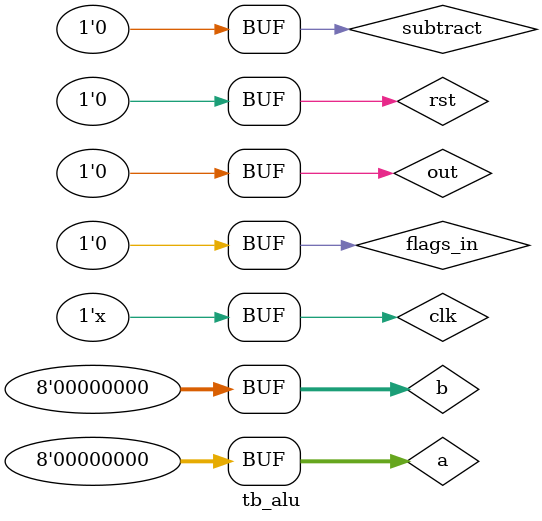
<source format=sv>
module tb_alu;
    
    logic clk=0;
    always #1 clk = ~clk;

    logic rst=0;
    logic out=0;
    logic subtract=0;
    logic flags_in=0;

    logic [7:0] a=0;
    logic [7:0] b=0;

    logic [7:0] bus;
    logic carry;
    logic zero;

    alu dut (
        .clk(clk),
        .rst(rst),
        .out(out),
        .subtract(subtract),
        .flags_in(flags_in),
        .carry(carry),
        .zero(zero),
        .a(a),
        .b(b),
        .bus(bus)
    );

endmodule
</source>
